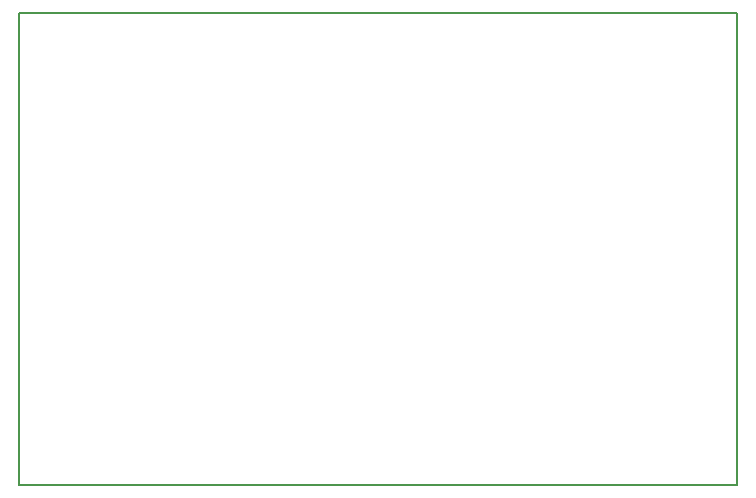
<source format=gm1>
G04 #@! TF.GenerationSoftware,KiCad,Pcbnew,5.1.4-e60b266~84~ubuntu18.04.1*
G04 #@! TF.CreationDate,2019-09-22T16:17:36+02:00*
G04 #@! TF.ProjectId,Mezz2,4d657a7a-322e-46b6-9963-61645f706362,2*
G04 #@! TF.SameCoordinates,Original*
G04 #@! TF.FileFunction,Profile,NP*
%FSLAX46Y46*%
G04 Gerber Fmt 4.6, Leading zero omitted, Abs format (unit mm)*
G04 Created by KiCad (PCBNEW 5.1.4-e60b266~84~ubuntu18.04.1) date 2019-09-22 16:17:36*
%MOMM*%
%LPD*%
G04 APERTURE LIST*
%ADD10C,0.150000*%
G04 APERTURE END LIST*
D10*
X129740000Y-74880000D02*
X68940000Y-74880000D01*
X129740000Y-114880000D02*
X129740000Y-74880000D01*
X68940000Y-114880000D02*
X129740000Y-114880000D01*
X68940000Y-74880000D02*
X68940000Y-114880000D01*
M02*

</source>
